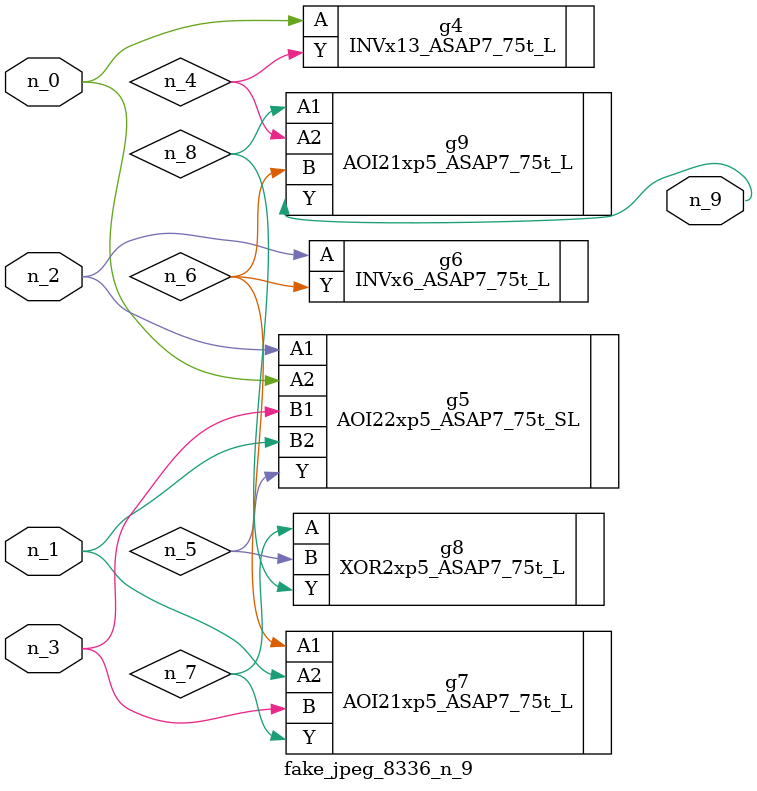
<source format=v>
module fake_jpeg_8336_n_9 (n_0, n_3, n_2, n_1, n_9);

input n_0;
input n_3;
input n_2;
input n_1;

output n_9;

wire n_4;
wire n_8;
wire n_6;
wire n_5;
wire n_7;

INVx13_ASAP7_75t_L g4 ( 
.A(n_0),
.Y(n_4)
);

AOI22xp5_ASAP7_75t_SL g5 ( 
.A1(n_2),
.A2(n_0),
.B1(n_3),
.B2(n_1),
.Y(n_5)
);

INVx6_ASAP7_75t_L g6 ( 
.A(n_2),
.Y(n_6)
);

AOI21xp5_ASAP7_75t_L g7 ( 
.A1(n_6),
.A2(n_1),
.B(n_3),
.Y(n_7)
);

XOR2xp5_ASAP7_75t_L g8 ( 
.A(n_7),
.B(n_5),
.Y(n_8)
);

AOI21xp5_ASAP7_75t_L g9 ( 
.A1(n_8),
.A2(n_4),
.B(n_6),
.Y(n_9)
);


endmodule
</source>
